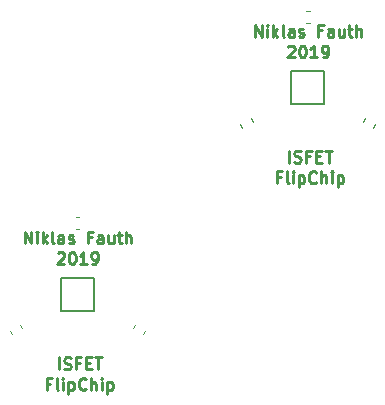
<source format=gbr>
G04 #@! TF.GenerationSoftware,KiCad,Pcbnew,5.0.2-bee76a0~70~ubuntu18.04.1*
G04 #@! TF.CreationDate,2019-06-04T20:48:53+02:00*
G04 #@! TF.ProjectId,lower_Sensor,6c6f7765-725f-4536-956e-736f722e6b69,rev?*
G04 #@! TF.SameCoordinates,Original*
G04 #@! TF.FileFunction,Legend,Top*
G04 #@! TF.FilePolarity,Positive*
%FSLAX46Y46*%
G04 Gerber Fmt 4.6, Leading zero omitted, Abs format (unit mm)*
G04 Created by KiCad (PCBNEW 5.0.2-bee76a0~70~ubuntu18.04.1) date Di 04 Jun 2019 20:48:53 CEST*
%MOMM*%
%LPD*%
G01*
G04 APERTURE LIST*
%ADD10C,0.200000*%
%ADD11C,0.250000*%
%ADD12C,0.120000*%
G04 APERTURE END LIST*
D10*
X130900000Y-61100000D02*
X130900000Y-63900000D01*
X128100000Y-61100000D02*
X130900000Y-61100000D01*
X128100000Y-63900000D02*
X128100000Y-61100000D01*
D11*
X125030000Y-58197380D02*
X125030000Y-57197380D01*
X125601428Y-58197380D01*
X125601428Y-57197380D01*
X126077619Y-58197380D02*
X126077619Y-57530714D01*
X126077619Y-57197380D02*
X126030000Y-57245000D01*
X126077619Y-57292619D01*
X126125238Y-57245000D01*
X126077619Y-57197380D01*
X126077619Y-57292619D01*
X126553809Y-58197380D02*
X126553809Y-57197380D01*
X126649047Y-57816428D02*
X126934761Y-58197380D01*
X126934761Y-57530714D02*
X126553809Y-57911666D01*
X127506190Y-58197380D02*
X127410952Y-58149761D01*
X127363333Y-58054523D01*
X127363333Y-57197380D01*
X128315714Y-58197380D02*
X128315714Y-57673571D01*
X128268095Y-57578333D01*
X128172857Y-57530714D01*
X127982380Y-57530714D01*
X127887142Y-57578333D01*
X128315714Y-58149761D02*
X128220476Y-58197380D01*
X127982380Y-58197380D01*
X127887142Y-58149761D01*
X127839523Y-58054523D01*
X127839523Y-57959285D01*
X127887142Y-57864047D01*
X127982380Y-57816428D01*
X128220476Y-57816428D01*
X128315714Y-57768809D01*
X128744285Y-58149761D02*
X128839523Y-58197380D01*
X129030000Y-58197380D01*
X129125238Y-58149761D01*
X129172857Y-58054523D01*
X129172857Y-58006904D01*
X129125238Y-57911666D01*
X129030000Y-57864047D01*
X128887142Y-57864047D01*
X128791904Y-57816428D01*
X128744285Y-57721190D01*
X128744285Y-57673571D01*
X128791904Y-57578333D01*
X128887142Y-57530714D01*
X129030000Y-57530714D01*
X129125238Y-57578333D01*
X130696666Y-57673571D02*
X130363333Y-57673571D01*
X130363333Y-58197380D02*
X130363333Y-57197380D01*
X130839523Y-57197380D01*
X131649047Y-58197380D02*
X131649047Y-57673571D01*
X131601428Y-57578333D01*
X131506190Y-57530714D01*
X131315714Y-57530714D01*
X131220476Y-57578333D01*
X131649047Y-58149761D02*
X131553809Y-58197380D01*
X131315714Y-58197380D01*
X131220476Y-58149761D01*
X131172857Y-58054523D01*
X131172857Y-57959285D01*
X131220476Y-57864047D01*
X131315714Y-57816428D01*
X131553809Y-57816428D01*
X131649047Y-57768809D01*
X132553809Y-57530714D02*
X132553809Y-58197380D01*
X132125238Y-57530714D02*
X132125238Y-58054523D01*
X132172857Y-58149761D01*
X132268095Y-58197380D01*
X132410952Y-58197380D01*
X132506190Y-58149761D01*
X132553809Y-58102142D01*
X132887142Y-57530714D02*
X133268095Y-57530714D01*
X133030000Y-57197380D02*
X133030000Y-58054523D01*
X133077619Y-58149761D01*
X133172857Y-58197380D01*
X133268095Y-58197380D01*
X133601428Y-58197380D02*
X133601428Y-57197380D01*
X134030000Y-58197380D02*
X134030000Y-57673571D01*
X133982380Y-57578333D01*
X133887142Y-57530714D01*
X133744285Y-57530714D01*
X133649047Y-57578333D01*
X133601428Y-57625952D01*
X127815714Y-59042619D02*
X127863333Y-58995000D01*
X127958571Y-58947380D01*
X128196666Y-58947380D01*
X128291904Y-58995000D01*
X128339523Y-59042619D01*
X128387142Y-59137857D01*
X128387142Y-59233095D01*
X128339523Y-59375952D01*
X127768095Y-59947380D01*
X128387142Y-59947380D01*
X129006190Y-58947380D02*
X129101428Y-58947380D01*
X129196666Y-58995000D01*
X129244285Y-59042619D01*
X129291904Y-59137857D01*
X129339523Y-59328333D01*
X129339523Y-59566428D01*
X129291904Y-59756904D01*
X129244285Y-59852142D01*
X129196666Y-59899761D01*
X129101428Y-59947380D01*
X129006190Y-59947380D01*
X128910952Y-59899761D01*
X128863333Y-59852142D01*
X128815714Y-59756904D01*
X128768095Y-59566428D01*
X128768095Y-59328333D01*
X128815714Y-59137857D01*
X128863333Y-59042619D01*
X128910952Y-58995000D01*
X129006190Y-58947380D01*
X130291904Y-59947380D02*
X129720476Y-59947380D01*
X130006190Y-59947380D02*
X130006190Y-58947380D01*
X129910952Y-59090238D01*
X129815714Y-59185476D01*
X129720476Y-59233095D01*
X130768095Y-59947380D02*
X130958571Y-59947380D01*
X131053809Y-59899761D01*
X131101428Y-59852142D01*
X131196666Y-59709285D01*
X131244285Y-59518809D01*
X131244285Y-59137857D01*
X131196666Y-59042619D01*
X131149047Y-58995000D01*
X131053809Y-58947380D01*
X130863333Y-58947380D01*
X130768095Y-58995000D01*
X130720476Y-59042619D01*
X130672857Y-59137857D01*
X130672857Y-59375952D01*
X130720476Y-59471190D01*
X130768095Y-59518809D01*
X130863333Y-59566428D01*
X131053809Y-59566428D01*
X131149047Y-59518809D01*
X131196666Y-59471190D01*
X131244285Y-59375952D01*
D10*
X130900000Y-63900000D02*
X128100000Y-63900000D01*
D11*
X127931904Y-68857380D02*
X127931904Y-67857380D01*
X128360476Y-68809761D02*
X128503333Y-68857380D01*
X128741428Y-68857380D01*
X128836666Y-68809761D01*
X128884285Y-68762142D01*
X128931904Y-68666904D01*
X128931904Y-68571666D01*
X128884285Y-68476428D01*
X128836666Y-68428809D01*
X128741428Y-68381190D01*
X128550952Y-68333571D01*
X128455714Y-68285952D01*
X128408095Y-68238333D01*
X128360476Y-68143095D01*
X128360476Y-68047857D01*
X128408095Y-67952619D01*
X128455714Y-67905000D01*
X128550952Y-67857380D01*
X128789047Y-67857380D01*
X128931904Y-67905000D01*
X129693809Y-68333571D02*
X129360476Y-68333571D01*
X129360476Y-68857380D02*
X129360476Y-67857380D01*
X129836666Y-67857380D01*
X130217619Y-68333571D02*
X130550952Y-68333571D01*
X130693809Y-68857380D02*
X130217619Y-68857380D01*
X130217619Y-67857380D01*
X130693809Y-67857380D01*
X130979523Y-67857380D02*
X131550952Y-67857380D01*
X131265238Y-68857380D02*
X131265238Y-67857380D01*
X127217619Y-70083571D02*
X126884285Y-70083571D01*
X126884285Y-70607380D02*
X126884285Y-69607380D01*
X127360476Y-69607380D01*
X127884285Y-70607380D02*
X127789047Y-70559761D01*
X127741428Y-70464523D01*
X127741428Y-69607380D01*
X128265238Y-70607380D02*
X128265238Y-69940714D01*
X128265238Y-69607380D02*
X128217619Y-69655000D01*
X128265238Y-69702619D01*
X128312857Y-69655000D01*
X128265238Y-69607380D01*
X128265238Y-69702619D01*
X128741428Y-69940714D02*
X128741428Y-70940714D01*
X128741428Y-69988333D02*
X128836666Y-69940714D01*
X129027142Y-69940714D01*
X129122380Y-69988333D01*
X129170000Y-70035952D01*
X129217619Y-70131190D01*
X129217619Y-70416904D01*
X129170000Y-70512142D01*
X129122380Y-70559761D01*
X129027142Y-70607380D01*
X128836666Y-70607380D01*
X128741428Y-70559761D01*
X130217619Y-70512142D02*
X130170000Y-70559761D01*
X130027142Y-70607380D01*
X129931904Y-70607380D01*
X129789047Y-70559761D01*
X129693809Y-70464523D01*
X129646190Y-70369285D01*
X129598571Y-70178809D01*
X129598571Y-70035952D01*
X129646190Y-69845476D01*
X129693809Y-69750238D01*
X129789047Y-69655000D01*
X129931904Y-69607380D01*
X130027142Y-69607380D01*
X130170000Y-69655000D01*
X130217619Y-69702619D01*
X130646190Y-70607380D02*
X130646190Y-69607380D01*
X131074761Y-70607380D02*
X131074761Y-70083571D01*
X131027142Y-69988333D01*
X130931904Y-69940714D01*
X130789047Y-69940714D01*
X130693809Y-69988333D01*
X130646190Y-70035952D01*
X131550952Y-70607380D02*
X131550952Y-69940714D01*
X131550952Y-69607380D02*
X131503333Y-69655000D01*
X131550952Y-69702619D01*
X131598571Y-69655000D01*
X131550952Y-69607380D01*
X131550952Y-69702619D01*
X132027142Y-69940714D02*
X132027142Y-70940714D01*
X132027142Y-69988333D02*
X132122380Y-69940714D01*
X132312857Y-69940714D01*
X132408095Y-69988333D01*
X132455714Y-70035952D01*
X132503333Y-70131190D01*
X132503333Y-70416904D01*
X132455714Y-70512142D01*
X132408095Y-70559761D01*
X132312857Y-70607380D01*
X132122380Y-70607380D01*
X132027142Y-70559761D01*
X105530000Y-75697380D02*
X105530000Y-74697380D01*
X106101428Y-75697380D01*
X106101428Y-74697380D01*
X106577619Y-75697380D02*
X106577619Y-75030714D01*
X106577619Y-74697380D02*
X106530000Y-74745000D01*
X106577619Y-74792619D01*
X106625238Y-74745000D01*
X106577619Y-74697380D01*
X106577619Y-74792619D01*
X107053809Y-75697380D02*
X107053809Y-74697380D01*
X107149047Y-75316428D02*
X107434761Y-75697380D01*
X107434761Y-75030714D02*
X107053809Y-75411666D01*
X108006190Y-75697380D02*
X107910952Y-75649761D01*
X107863333Y-75554523D01*
X107863333Y-74697380D01*
X108815714Y-75697380D02*
X108815714Y-75173571D01*
X108768095Y-75078333D01*
X108672857Y-75030714D01*
X108482380Y-75030714D01*
X108387142Y-75078333D01*
X108815714Y-75649761D02*
X108720476Y-75697380D01*
X108482380Y-75697380D01*
X108387142Y-75649761D01*
X108339523Y-75554523D01*
X108339523Y-75459285D01*
X108387142Y-75364047D01*
X108482380Y-75316428D01*
X108720476Y-75316428D01*
X108815714Y-75268809D01*
X109244285Y-75649761D02*
X109339523Y-75697380D01*
X109530000Y-75697380D01*
X109625238Y-75649761D01*
X109672857Y-75554523D01*
X109672857Y-75506904D01*
X109625238Y-75411666D01*
X109530000Y-75364047D01*
X109387142Y-75364047D01*
X109291904Y-75316428D01*
X109244285Y-75221190D01*
X109244285Y-75173571D01*
X109291904Y-75078333D01*
X109387142Y-75030714D01*
X109530000Y-75030714D01*
X109625238Y-75078333D01*
X111196666Y-75173571D02*
X110863333Y-75173571D01*
X110863333Y-75697380D02*
X110863333Y-74697380D01*
X111339523Y-74697380D01*
X112149047Y-75697380D02*
X112149047Y-75173571D01*
X112101428Y-75078333D01*
X112006190Y-75030714D01*
X111815714Y-75030714D01*
X111720476Y-75078333D01*
X112149047Y-75649761D02*
X112053809Y-75697380D01*
X111815714Y-75697380D01*
X111720476Y-75649761D01*
X111672857Y-75554523D01*
X111672857Y-75459285D01*
X111720476Y-75364047D01*
X111815714Y-75316428D01*
X112053809Y-75316428D01*
X112149047Y-75268809D01*
X113053809Y-75030714D02*
X113053809Y-75697380D01*
X112625238Y-75030714D02*
X112625238Y-75554523D01*
X112672857Y-75649761D01*
X112768095Y-75697380D01*
X112910952Y-75697380D01*
X113006190Y-75649761D01*
X113053809Y-75602142D01*
X113387142Y-75030714D02*
X113768095Y-75030714D01*
X113530000Y-74697380D02*
X113530000Y-75554523D01*
X113577619Y-75649761D01*
X113672857Y-75697380D01*
X113768095Y-75697380D01*
X114101428Y-75697380D02*
X114101428Y-74697380D01*
X114530000Y-75697380D02*
X114530000Y-75173571D01*
X114482380Y-75078333D01*
X114387142Y-75030714D01*
X114244285Y-75030714D01*
X114149047Y-75078333D01*
X114101428Y-75125952D01*
X108315714Y-76542619D02*
X108363333Y-76495000D01*
X108458571Y-76447380D01*
X108696666Y-76447380D01*
X108791904Y-76495000D01*
X108839523Y-76542619D01*
X108887142Y-76637857D01*
X108887142Y-76733095D01*
X108839523Y-76875952D01*
X108268095Y-77447380D01*
X108887142Y-77447380D01*
X109506190Y-76447380D02*
X109601428Y-76447380D01*
X109696666Y-76495000D01*
X109744285Y-76542619D01*
X109791904Y-76637857D01*
X109839523Y-76828333D01*
X109839523Y-77066428D01*
X109791904Y-77256904D01*
X109744285Y-77352142D01*
X109696666Y-77399761D01*
X109601428Y-77447380D01*
X109506190Y-77447380D01*
X109410952Y-77399761D01*
X109363333Y-77352142D01*
X109315714Y-77256904D01*
X109268095Y-77066428D01*
X109268095Y-76828333D01*
X109315714Y-76637857D01*
X109363333Y-76542619D01*
X109410952Y-76495000D01*
X109506190Y-76447380D01*
X110791904Y-77447380D02*
X110220476Y-77447380D01*
X110506190Y-77447380D02*
X110506190Y-76447380D01*
X110410952Y-76590238D01*
X110315714Y-76685476D01*
X110220476Y-76733095D01*
X111268095Y-77447380D02*
X111458571Y-77447380D01*
X111553809Y-77399761D01*
X111601428Y-77352142D01*
X111696666Y-77209285D01*
X111744285Y-77018809D01*
X111744285Y-76637857D01*
X111696666Y-76542619D01*
X111649047Y-76495000D01*
X111553809Y-76447380D01*
X111363333Y-76447380D01*
X111268095Y-76495000D01*
X111220476Y-76542619D01*
X111172857Y-76637857D01*
X111172857Y-76875952D01*
X111220476Y-76971190D01*
X111268095Y-77018809D01*
X111363333Y-77066428D01*
X111553809Y-77066428D01*
X111649047Y-77018809D01*
X111696666Y-76971190D01*
X111744285Y-76875952D01*
X108431904Y-86357380D02*
X108431904Y-85357380D01*
X108860476Y-86309761D02*
X109003333Y-86357380D01*
X109241428Y-86357380D01*
X109336666Y-86309761D01*
X109384285Y-86262142D01*
X109431904Y-86166904D01*
X109431904Y-86071666D01*
X109384285Y-85976428D01*
X109336666Y-85928809D01*
X109241428Y-85881190D01*
X109050952Y-85833571D01*
X108955714Y-85785952D01*
X108908095Y-85738333D01*
X108860476Y-85643095D01*
X108860476Y-85547857D01*
X108908095Y-85452619D01*
X108955714Y-85405000D01*
X109050952Y-85357380D01*
X109289047Y-85357380D01*
X109431904Y-85405000D01*
X110193809Y-85833571D02*
X109860476Y-85833571D01*
X109860476Y-86357380D02*
X109860476Y-85357380D01*
X110336666Y-85357380D01*
X110717619Y-85833571D02*
X111050952Y-85833571D01*
X111193809Y-86357380D02*
X110717619Y-86357380D01*
X110717619Y-85357380D01*
X111193809Y-85357380D01*
X111479523Y-85357380D02*
X112050952Y-85357380D01*
X111765238Y-86357380D02*
X111765238Y-85357380D01*
X107717619Y-87583571D02*
X107384285Y-87583571D01*
X107384285Y-88107380D02*
X107384285Y-87107380D01*
X107860476Y-87107380D01*
X108384285Y-88107380D02*
X108289047Y-88059761D01*
X108241428Y-87964523D01*
X108241428Y-87107380D01*
X108765238Y-88107380D02*
X108765238Y-87440714D01*
X108765238Y-87107380D02*
X108717619Y-87155000D01*
X108765238Y-87202619D01*
X108812857Y-87155000D01*
X108765238Y-87107380D01*
X108765238Y-87202619D01*
X109241428Y-87440714D02*
X109241428Y-88440714D01*
X109241428Y-87488333D02*
X109336666Y-87440714D01*
X109527142Y-87440714D01*
X109622380Y-87488333D01*
X109670000Y-87535952D01*
X109717619Y-87631190D01*
X109717619Y-87916904D01*
X109670000Y-88012142D01*
X109622380Y-88059761D01*
X109527142Y-88107380D01*
X109336666Y-88107380D01*
X109241428Y-88059761D01*
X110717619Y-88012142D02*
X110670000Y-88059761D01*
X110527142Y-88107380D01*
X110431904Y-88107380D01*
X110289047Y-88059761D01*
X110193809Y-87964523D01*
X110146190Y-87869285D01*
X110098571Y-87678809D01*
X110098571Y-87535952D01*
X110146190Y-87345476D01*
X110193809Y-87250238D01*
X110289047Y-87155000D01*
X110431904Y-87107380D01*
X110527142Y-87107380D01*
X110670000Y-87155000D01*
X110717619Y-87202619D01*
X111146190Y-88107380D02*
X111146190Y-87107380D01*
X111574761Y-88107380D02*
X111574761Y-87583571D01*
X111527142Y-87488333D01*
X111431904Y-87440714D01*
X111289047Y-87440714D01*
X111193809Y-87488333D01*
X111146190Y-87535952D01*
X112050952Y-88107380D02*
X112050952Y-87440714D01*
X112050952Y-87107380D02*
X112003333Y-87155000D01*
X112050952Y-87202619D01*
X112098571Y-87155000D01*
X112050952Y-87107380D01*
X112050952Y-87202619D01*
X112527142Y-87440714D02*
X112527142Y-88440714D01*
X112527142Y-87488333D02*
X112622380Y-87440714D01*
X112812857Y-87440714D01*
X112908095Y-87488333D01*
X112955714Y-87535952D01*
X113003333Y-87631190D01*
X113003333Y-87916904D01*
X112955714Y-88012142D01*
X112908095Y-88059761D01*
X112812857Y-88107380D01*
X112622380Y-88107380D01*
X112527142Y-88059761D01*
D10*
X108600000Y-78600000D02*
X111400000Y-78600000D01*
X108600000Y-81400000D02*
X108600000Y-78600000D01*
X111400000Y-81400000D02*
X108600000Y-81400000D01*
X111400000Y-78600000D02*
X111400000Y-81400000D01*
D12*
G04 #@! TO.C,REF\002A\002A*
X135056435Y-65895971D02*
X135219214Y-65614029D01*
X134173090Y-65385971D02*
X134335869Y-65104029D01*
X129662779Y-55990000D02*
X129337221Y-55990000D01*
X129662779Y-57010000D02*
X129337221Y-57010000D01*
X123780786Y-65614029D02*
X123943565Y-65895971D01*
X124664131Y-65104029D02*
X124826910Y-65385971D01*
X105164131Y-82604029D02*
X105326910Y-82885971D01*
X104280786Y-83114029D02*
X104443565Y-83395971D01*
X114673090Y-82885971D02*
X114835869Y-82604029D01*
X115556435Y-83395971D02*
X115719214Y-83114029D01*
X110162779Y-74510000D02*
X109837221Y-74510000D01*
X110162779Y-73490000D02*
X109837221Y-73490000D01*
G04 #@! TD*
M02*

</source>
